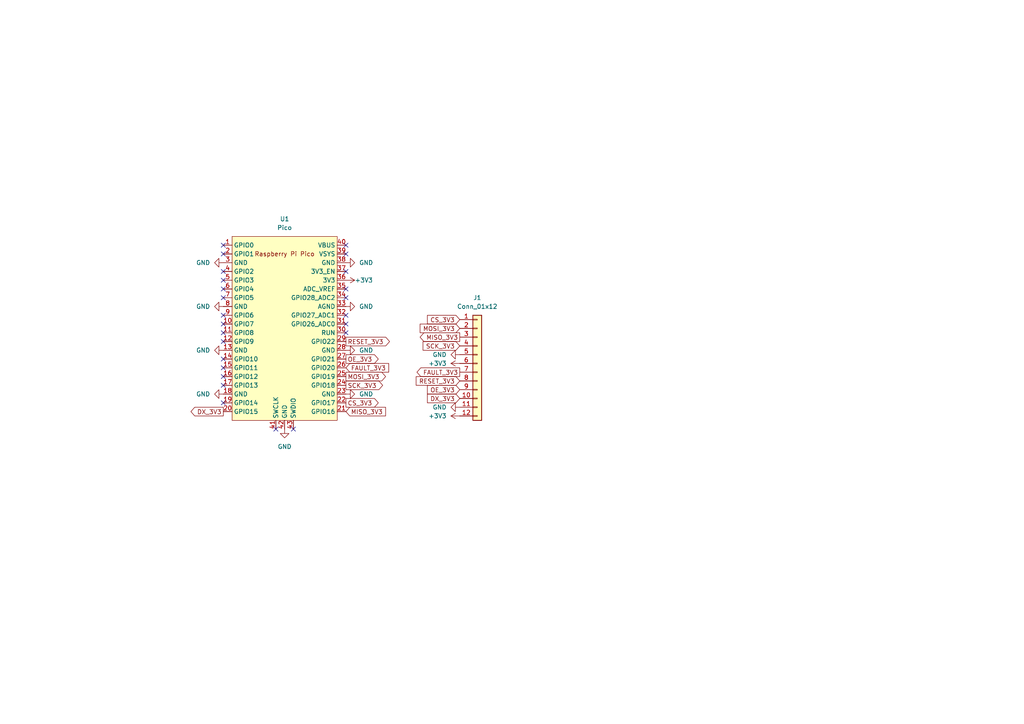
<source format=kicad_sch>
(kicad_sch (version 20250114) (generator "eeschema") (generator_version "9.0")
  (paper "A4")
  (title_block (title "Rasperry Pi Pico 2 SPI PMOD Expander") (date "2026-01-14") (company "Queen's University") (comment 1 "Shastri Lab") (comment 2 "hughmor"))
  (lib_symbols
    (symbol "Connector_Generic:Conn_01x12" (pin_names (offset 1.016) (hide yes))
      (property "Reference" "J" (at 0 15.24 0))
      (property "Value" "Conn_01x12" (at 0 -17.78 0))
      (symbol "Conn_01x12_1_1"
        (rectangle (start -1.27 13.97) (end 1.27 -16.51) (stroke (width 0.254)) (fill (type background)))
        (rectangle (start -1.27 12.827) (end 0 12.573) (stroke (width 0.1524)))
        (rectangle (start -1.27 10.287) (end 0 10.033) (stroke (width 0.1524)))
        (rectangle (start -1.27 7.747) (end 0 7.493) (stroke (width 0.1524)))
        (rectangle (start -1.27 5.207) (end 0 4.953) (stroke (width 0.1524)))
        (rectangle (start -1.27 2.667) (end 0 2.413) (stroke (width 0.1524)))
        (rectangle (start -1.27 0.127) (end 0 -0.127) (stroke (width 0.1524)))
        (rectangle (start -1.27 -2.413) (end 0 -2.667) (stroke (width 0.1524)))
        (rectangle (start -1.27 -4.953) (end 0 -5.207) (stroke (width 0.1524)))
        (rectangle (start -1.27 -7.493) (end 0 -7.747) (stroke (width 0.1524)))
        (rectangle (start -1.27 -10.033) (end 0 -10.287) (stroke (width 0.1524)))
        (rectangle (start -1.27 -12.573) (end 0 -12.827) (stroke (width 0.1524)))
        (rectangle (start -1.27 -15.113) (end 0 -15.367) (stroke (width 0.1524)))
        (pin passive line (at -5.08 12.7 0) (length 3.81) (name "Pin_1") (number "1"))
        (pin passive line (at -5.08 10.16 0) (length 3.81) (name "Pin_2") (number "2"))
        (pin passive line (at -5.08 7.62 0) (length 3.81) (name "Pin_3") (number "3"))
        (pin passive line (at -5.08 5.08 0) (length 3.81) (name "Pin_4") (number "4"))
        (pin passive line (at -5.08 2.54 0) (length 3.81) (name "Pin_5") (number "5"))
        (pin passive line (at -5.08 0 0) (length 3.81) (name "Pin_6") (number "6"))
        (pin passive line (at -5.08 -2.54 0) (length 3.81) (name "Pin_7") (number "7"))
        (pin passive line (at -5.08 -5.08 0) (length 3.81) (name "Pin_8") (number "8"))
        (pin passive line (at -5.08 -7.62 0) (length 3.81) (name "Pin_9") (number "9"))
        (pin passive line (at -5.08 -10.16 0) (length 3.81) (name "Pin_10") (number "10"))
        (pin passive line (at -5.08 -12.7 0) (length 3.81) (name "Pin_11") (number "11"))
        (pin passive line (at -5.08 -15.24 0) (length 3.81) (name "Pin_12") (number "12"))
      )
    )
    (symbol "MCU_RaspberryPi_and_Boards:Pico"
      (property "Reference" "U" (at -13.97 27.94 0))
      (property "Value" "Pico" (at 0 19.05 0))
      (symbol "Pico_0_0"
        (text "Raspberry Pi Pico" (at 0 21.59 0) (effects (font (size 1.27 1.27))))
      )
      (symbol "Pico_0_1"
        (rectangle (start -15.24 26.67) (end 15.24 -26.67) (fill (type background)))
      )
      (symbol "Pico_1_1"
        (pin bidirectional line (at -17.78 24.13 0) (length 2.54) (name "GPIO0") (number "1"))
        (pin bidirectional line (at -17.78 21.59 0) (length 2.54) (name "GPIO1") (number "2"))
        (pin power_in line (at -17.78 19.05 0) (length 2.54) (name "GND") (number "3"))
        (pin bidirectional line (at -17.78 16.51 0) (length 2.54) (name "GPIO2") (number "4"))
        (pin bidirectional line (at -17.78 13.97 0) (length 2.54) (name "GPIO3") (number "5"))
        (pin bidirectional line (at -17.78 11.43 0) (length 2.54) (name "GPIO4") (number "6"))
        (pin bidirectional line (at -17.78 8.89 0) (length 2.54) (name "GPIO5") (number "7"))
        (pin power_in line (at -17.78 6.35 0) (length 2.54) (name "GND") (number "8"))
        (pin bidirectional line (at -17.78 3.81 0) (length 2.54) (name "GPIO6") (number "9"))
        (pin bidirectional line (at -17.78 1.27 0) (length 2.54) (name "GPIO7") (number "10"))
        (pin bidirectional line (at -17.78 -1.27 0) (length 2.54) (name "GPIO8") (number "11"))
        (pin bidirectional line (at -17.78 -3.81 0) (length 2.54) (name "GPIO9") (number "12"))
        (pin power_in line (at -17.78 -6.35 0) (length 2.54) (name "GND") (number "13"))
        (pin bidirectional line (at -17.78 -8.89 0) (length 2.54) (name "GPIO10") (number "14"))
        (pin bidirectional line (at -17.78 -11.43 0) (length 2.54) (name "GPIO11") (number "15"))
        (pin bidirectional line (at -17.78 -13.97 0) (length 2.54) (name "GPIO12") (number "16"))
        (pin bidirectional line (at -17.78 -16.51 0) (length 2.54) (name "GPIO13") (number "17"))
        (pin power_in line (at -17.78 -19.05 0) (length 2.54) (name "GND") (number "18"))
        (pin bidirectional line (at -17.78 -21.59 0) (length 2.54) (name "GPIO14") (number "19"))
        (pin bidirectional line (at -17.78 -24.13 0) (length 2.54) (name "GPIO15") (number "20"))
        (pin input line (at -2.54 -29.21 90) (length 2.54) (name "SWCLK") (number "41"))
        (pin power_in line (at 0 -29.21 90) (length 2.54) (name "GND") (number "42"))
        (pin bidirectional line (at 2.54 -29.21 90) (length 2.54) (name "SWDIO") (number "43"))
        (pin power_in line (at 17.78 24.13 180) (length 2.54) (name "VBUS") (number "40"))
        (pin power_in line (at 17.78 21.59 180) (length 2.54) (name "VSYS") (number "39"))
        (pin bidirectional line (at 17.78 19.05 180) (length 2.54) (name "GND") (number "38"))
        (pin input line (at 17.78 16.51 180) (length 2.54) (name "3V3_EN") (number "37"))
        (pin power_in line (at 17.78 13.97 180) (length 2.54) (name "3V3") (number "36"))
        (pin power_in line (at 17.78 11.43 180) (length 2.54) (name "ADC_VREF") (number "35"))
        (pin bidirectional line (at 17.78 8.89 180) (length 2.54) (name "GPIO28_ADC2") (number "34"))
        (pin power_in line (at 17.78 6.35 180) (length 2.54) (name "AGND") (number "33"))
        (pin bidirectional line (at 17.78 3.81 180) (length 2.54) (name "GPIO27_ADC1") (number "32"))
        (pin bidirectional line (at 17.78 1.27 180) (length 2.54) (name "GPIO26_ADC0") (number "31"))
        (pin input line (at 17.78 -1.27 180) (length 2.54) (name "RUN") (number "30"))
        (pin bidirectional line (at 17.78 -3.81 180) (length 2.54) (name "GPIO22") (number "29"))
        (pin power_in line (at 17.78 -6.35 180) (length 2.54) (name "GND") (number "28"))
        (pin bidirectional line (at 17.78 -8.89 180) (length 2.54) (name "GPIO21") (number "27"))
        (pin bidirectional line (at 17.78 -11.43 180) (length 2.54) (name "GPIO20") (number "26"))
        (pin bidirectional line (at 17.78 -13.97 180) (length 2.54) (name "GPIO19") (number "25"))
        (pin bidirectional line (at 17.78 -16.51 180) (length 2.54) (name "GPIO18") (number "24"))
        (pin power_in line (at 17.78 -19.05 180) (length 2.54) (name "GND") (number "23"))
        (pin bidirectional line (at 17.78 -21.59 180) (length 2.54) (name "GPIO17") (number "22"))
        (pin bidirectional line (at 17.78 -24.13 180) (length 2.54) (name "GPIO16") (number "21"))
      )
    )
    (symbol "power:+3V3" (power) (pin_names (offset 0))
      (property "Value" "+3V3" (at 0 3.556 0))
      (symbol "+3V3_0_1"
        (polyline (pts (xy -0.762 1.27) (xy 0 2.54)))
        (polyline (pts (xy 0 2.54) (xy 0.762 1.27)))
        (polyline (pts (xy 0 0) (xy 0 2.54)))
      )
      (symbol "+3V3_1_1"
        (pin power_in line (at 0 0 90) (length 0) (hide yes) (name "+3V3") (number "1"))
      )
    )
    (symbol "power:GND" (power) (pin_names (offset 0))
      (property "Value" "GND" (at 0 -3.81 0))
      (symbol "GND_0_1"
        (polyline (pts (xy 0 0) (xy 0 -1.27) (xy 1.27 -1.27) (xy 0 -2.54) (xy -1.27 -1.27) (xy 0 -1.27)))
      )
      (symbol "GND_1_1"
        (pin power_in line (at 0 0 270) (length 0) (hide yes) (name "GND") (number "1"))
      )
    )
  )
  (no_connect (at 100.33 86.36))
  (no_connect (at 64.77 86.36))
  (no_connect (at 64.77 78.74))
  (no_connect (at 80.01 124.46))
  (no_connect (at 64.77 111.76))
  (no_connect (at 100.33 78.74))
  (no_connect (at 64.77 91.44))
  (no_connect (at 64.77 109.22))
  (no_connect (at 64.77 99.06))
  (no_connect (at 100.33 91.44))
  (no_connect (at 100.33 71.12))
  (no_connect (at 64.77 96.52))
  (no_connect (at 64.77 81.28))
  (no_connect (at 100.33 96.52))
  (no_connect (at 100.33 73.66))
  (no_connect (at 64.77 71.12))
  (no_connect (at 100.33 93.98))
  (no_connect (at 64.77 104.14))
  (no_connect (at 64.77 93.98))
  (no_connect (at 85.09 124.46))
  (no_connect (at 64.77 73.66))
  (no_connect (at 64.77 83.82))
  (no_connect (at 100.33 83.82))
  (no_connect (at 64.77 116.84))
  (no_connect (at 64.77 106.68))
  (global_label "RESET_3V3" (shape output) (at 100.33 99.06 0) (property "Intersheetrefs" "${INTERSHEET_REFS}" (effects (hide yes))))
  (global_label "SCK_3V3" (shape output) (at 100.33 111.76 0) (property "Intersheetrefs" "${INTERSHEET_REFS}" (effects (hide yes))))
  (global_label "OE_3V3" (shape input) (at 133.35 113.03 180) (property "Intersheetrefs" "${INTERSHEET_REFS}" (effects (hide yes))))
  (global_label "CS_3V3" (shape output) (at 100.33 116.84 0) (property "Intersheetrefs" "${INTERSHEET_REFS}" (effects (hide yes))))
  (global_label "MISO_3V3" (shape input) (at 100.33 119.38 0) (property "Intersheetrefs" "${INTERSHEET_REFS}" (effects (hide yes))))
  (global_label "FAULT_3V3" (shape output) (at 133.35 107.95 180) (property "Intersheetrefs" "${INTERSHEET_REFS}" (effects (hide yes))))
  (global_label "DX_3V3" (shape output) (at 64.77 119.38 180) (property "Intersheetrefs" "${INTERSHEET_REFS}" (effects (hide yes))))
  (global_label "FAULT_3V3" (shape input) (at 100.33 106.68 0) (property "Intersheetrefs" "${INTERSHEET_REFS}" (effects (hide yes))))
  (global_label "MOSI_3V3" (shape input) (at 133.35 95.25 180) (property "Intersheetrefs" "${INTERSHEET_REFS}" (effects (hide yes))))
  (global_label "OE_3V3" (shape output) (at 100.33 104.14 0) (property "Intersheetrefs" "${INTERSHEET_REFS}" (effects (hide yes))))
  (global_label "MOSI_3V3" (shape output) (at 100.33 109.22 0) (property "Intersheetrefs" "${INTERSHEET_REFS}" (effects (hide yes))))
  (global_label "CS_3V3" (shape input) (at 133.35 92.71 180) (property "Intersheetrefs" "${INTERSHEET_REFS}" (effects (hide yes))))
  (global_label "RESET_3V3" (shape input) (at 133.35 110.49 180) (property "Intersheetrefs" "${INTERSHEET_REFS}" (effects (hide yes))))
  (global_label "MISO_3V3" (shape output) (at 133.35 97.79 180) (property "Intersheetrefs" "${INTERSHEET_REFS}" (effects (hide yes))))
  (global_label "SCK_3V3" (shape input) (at 133.35 100.33 180) (property "Intersheetrefs" "${INTERSHEET_REFS}" (effects (hide yes))))
  (global_label "DX_3V3" (shape input) (at 133.35 115.57 180) (property "Intersheetrefs" "${INTERSHEET_REFS}" (effects (hide yes))))
  (symbol (lib_id "power:+3V3") (at 100.33 81.28 270) (unit 1)
    (property "Reference" "#PWR0357" (effects (hide yes)))
    (property "Value" "+3V3" (at 102.87 81.28 90) (effects (justify left)))
  )
  (symbol (lib_id "Connector_Generic:Conn_01x12") (at 138.43 105.41 0) (unit 1)
    (property "Reference" "J1" (at 138.43 86.36 0))
    (property "Value" "Conn_01x12" (at 138.43 88.9 0))
    (property "Footprint" "Connector_PinSocket_2.54mm:PinSocket_2x06_PMOD_Host" (effects (hide yes)))
  )
  (symbol (lib_id "power:GND") (at 64.77 88.9 270) (unit 1)
    (property "Reference" "#PWR0348" (effects (hide yes)))
    (property "Value" "GND" (at 60.96 88.9 90) (effects (justify right)))
  )
  (symbol (lib_id "power:GND") (at 133.35 118.11 270) (mirror x) (unit 1)
    (property "Reference" "#PWR0353" (effects (hide yes)))
    (property "Value" "GND" (at 129.54 118.11 90) (effects (justify right)))
  )
  (symbol (lib_id "power:GND") (at 100.33 114.3 90) (unit 1)
    (property "Reference" "#PWR0360" (effects (hide yes)))
    (property "Value" "GND" (at 104.14 114.3 90) (effects (justify right)))
  )
  (symbol (lib_id "power:+3V3") (at 133.35 105.41 90) (mirror x) (unit 1)
    (property "Reference" "#PWR0352" (effects (hide yes)))
    (property "Value" "+3V3" (at 129.54 105.41 90) (effects (justify left)))
  )
  (symbol (lib_id "power:GND") (at 82.55 124.46 0) (unit 1)
    (property "Reference" "#PWR0355" (effects (hide yes)))
    (property "Value" "GND" (at 82.55 129.54 0))
  )
  (symbol (lib_id "MCU_RaspberryPi_and_Boards:Pico") (at 82.55 95.25 0) (unit 1)
    (property "Reference" "U1" (at 82.55 63.5 0))
    (property "Value" "Pico" (at 82.55 66.04 0))
    (property "Footprint" "MCU_RaspberryPi_and_Boards:RPi_Pico_SMD_TH" (effects (hide yes)))
  )
  (symbol (lib_id "power:GND") (at 64.77 114.3 270) (unit 1)
    (property "Reference" "#PWR0350" (effects (hide yes)))
    (property "Value" "GND" (at 60.96 114.3 90) (effects (justify right)))
  )
  (symbol (lib_id "power:GND") (at 100.33 101.6 90) (unit 1)
    (property "Reference" "#PWR0359" (effects (hide yes)))
    (property "Value" "GND" (at 104.14 101.6 90) (effects (justify right)))
  )
  (symbol (lib_id "power:GND") (at 64.77 101.6 270) (unit 1)
    (property "Reference" "#PWR0349" (effects (hide yes)))
    (property "Value" "GND" (at 60.96 101.6 90) (effects (justify right)))
  )
  (symbol (lib_id "power:GND") (at 64.77 76.2 270) (unit 1)
    (property "Reference" "#PWR0347" (effects (hide yes)))
    (property "Value" "GND" (at 60.96 76.2 90) (effects (justify right)))
  )
  (symbol (lib_id "power:+3V3") (at 133.35 120.65 90) (mirror x) (unit 1)
    (property "Reference" "#PWR0354" (effects (hide yes)))
    (property "Value" "+3V3" (at 129.54 120.65 90) (effects (justify left)))
  )
  (symbol (lib_id "power:GND") (at 100.33 76.2 90) (unit 1)
    (property "Reference" "#PWR0356" (effects (hide yes)))
    (property "Value" "GND" (at 104.14 76.2 90) (effects (justify right)))
  )
  (symbol (lib_id "power:GND") (at 133.35 102.87 270) (mirror x) (unit 1)
    (property "Reference" "#PWR0351" (effects (hide yes)))
    (property "Value" "GND" (at 129.54 102.87 90) (effects (justify right)))
  )
  (symbol (lib_id "power:GND") (at 100.33 88.9 90) (unit 1)
    (property "Reference" "#PWR0358" (effects (hide yes)))
    (property "Value" "GND" (at 104.14 88.9 90) (effects (justify right)))
  )
)
</source>
